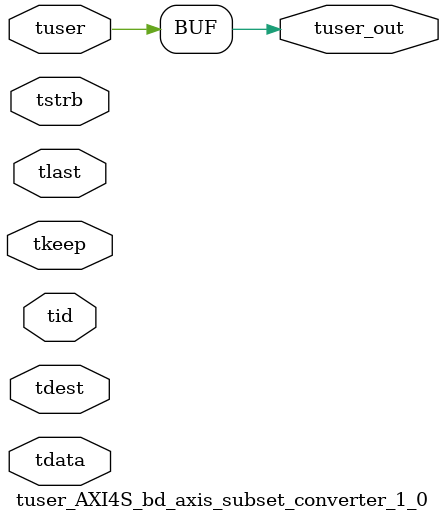
<source format=v>


`timescale 1ps/1ps

module tuser_AXI4S_bd_axis_subset_converter_1_0 #
(
parameter C_S_AXIS_TUSER_WIDTH = 1,
parameter C_S_AXIS_TDATA_WIDTH = 32,
parameter C_S_AXIS_TID_WIDTH   = 0,
parameter C_S_AXIS_TDEST_WIDTH = 0,
parameter C_M_AXIS_TUSER_WIDTH = 1
)
(
input  [(C_S_AXIS_TUSER_WIDTH == 0 ? 1 : C_S_AXIS_TUSER_WIDTH)-1:0     ] tuser,
input  [(C_S_AXIS_TDATA_WIDTH == 0 ? 1 : C_S_AXIS_TDATA_WIDTH)-1:0     ] tdata,
input  [(C_S_AXIS_TID_WIDTH   == 0 ? 1 : C_S_AXIS_TID_WIDTH)-1:0       ] tid,
input  [(C_S_AXIS_TDEST_WIDTH == 0 ? 1 : C_S_AXIS_TDEST_WIDTH)-1:0     ] tdest,
input  [(C_S_AXIS_TDATA_WIDTH/8)-1:0 ] tkeep,
input  [(C_S_AXIS_TDATA_WIDTH/8)-1:0 ] tstrb,
input                                                                    tlast,
output [C_M_AXIS_TUSER_WIDTH-1:0] tuser_out
);

assign tuser_out = {tuser[0:0]};

endmodule


</source>
